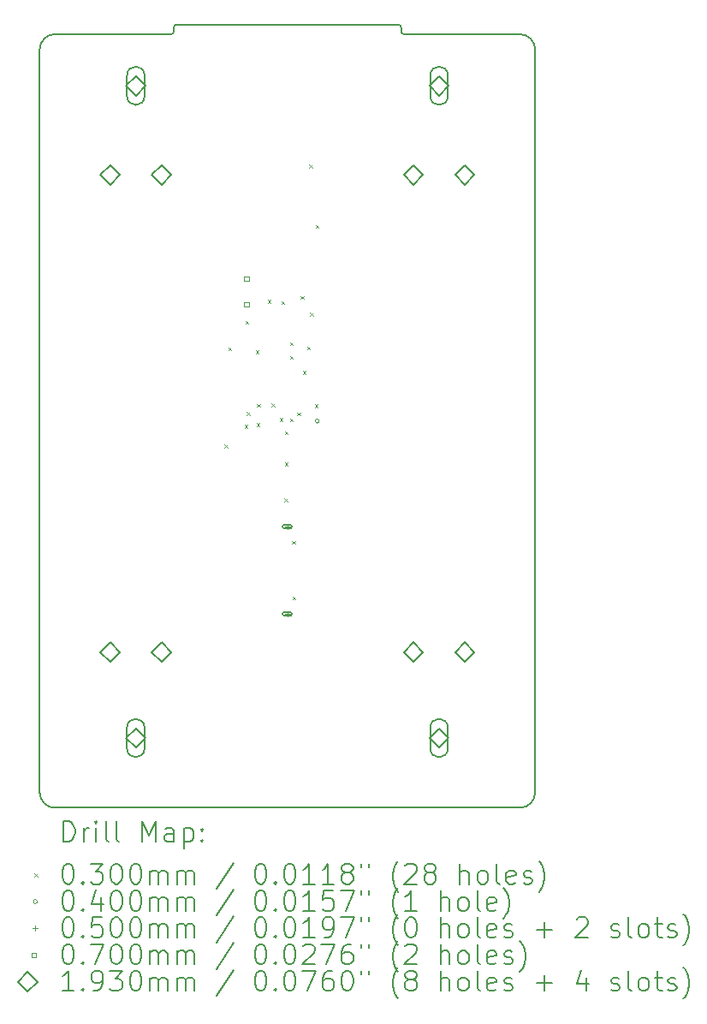
<source format=gbr>
%FSLAX45Y45*%
G04 Gerber Fmt 4.5, Leading zero omitted, Abs format (unit mm)*
G04 Created by KiCad (PCBNEW (5.99.0-10712-g3100cd3599)) date 2021-06-04 21:59:10*
%MOMM*%
%LPD*%
G01*
G04 APERTURE LIST*
%TA.AperFunction,Profile*%
%ADD10C,0.160000*%
%TD*%
%ADD11C,0.200000*%
%ADD12C,0.030000*%
%ADD13C,0.040000*%
%ADD14C,0.050000*%
%ADD15C,0.070000*%
%ADD16C,0.193000*%
G04 APERTURE END LIST*
D10*
X5200000Y-14150000D02*
X9800000Y-14150000D01*
X9950000Y-14000000D02*
X9950000Y-6650000D01*
X5050000Y-6650000D02*
X5050000Y-14000000D01*
X5200000Y-6500000D02*
X6350000Y-6500000D01*
X9800000Y-6500000D02*
X8650000Y-6500000D01*
X6375900Y-6474100D02*
X6375900Y-6431200D01*
X6401800Y-6405300D02*
X8598200Y-6405300D01*
X8624100Y-6431200D02*
X8624100Y-6474100D01*
X5200000Y-14150000D02*
G75*
G02*
X5050000Y-14000000I0J150000D01*
G01*
X9950000Y-14000000D02*
G75*
G02*
X9800000Y-14150000I-150000J0D01*
G01*
X5050000Y-6650000D02*
G75*
G02*
X5200000Y-6500000I150000J0D01*
G01*
X6375900Y-6474100D02*
G75*
G02*
X6350000Y-6500000I-25900J0D01*
G01*
X6375900Y-6431200D02*
G75*
G02*
X6401800Y-6405300I25900J0D01*
G01*
X8598200Y-6405300D02*
G75*
G02*
X8624100Y-6431200I0J-25900D01*
G01*
X8650000Y-6500000D02*
G75*
G02*
X8624100Y-6474100I0J25900D01*
G01*
X9800000Y-6500000D02*
G75*
G02*
X9950000Y-6650000I0J-150000D01*
G01*
D11*
D12*
X6875000Y-10560000D02*
X6905000Y-10590000D01*
X6905000Y-10560000D02*
X6875000Y-10590000D01*
X6915950Y-9598065D02*
X6945950Y-9628065D01*
X6945950Y-9598065D02*
X6915950Y-9628065D01*
X7075000Y-10365000D02*
X7105000Y-10395000D01*
X7105000Y-10365000D02*
X7075000Y-10395000D01*
X7085000Y-9335000D02*
X7115000Y-9365000D01*
X7115000Y-9335000D02*
X7085000Y-9365000D01*
X7095000Y-10235000D02*
X7125000Y-10265000D01*
X7125000Y-10235000D02*
X7095000Y-10265000D01*
X7185000Y-9625000D02*
X7215000Y-9655000D01*
X7215000Y-9625000D02*
X7185000Y-9655000D01*
X7195000Y-10345000D02*
X7225000Y-10375000D01*
X7225000Y-10345000D02*
X7195000Y-10375000D01*
X7199947Y-10154158D02*
X7229947Y-10184158D01*
X7229947Y-10154158D02*
X7199947Y-10184158D01*
X7305000Y-9125000D02*
X7335000Y-9155000D01*
X7335000Y-9125000D02*
X7305000Y-9155000D01*
X7340950Y-10150507D02*
X7370950Y-10180507D01*
X7370950Y-10150507D02*
X7340950Y-10180507D01*
X7425000Y-10295000D02*
X7455000Y-10325000D01*
X7455000Y-10295000D02*
X7425000Y-10325000D01*
X7440000Y-9140000D02*
X7470000Y-9170000D01*
X7470000Y-9140000D02*
X7440000Y-9170000D01*
X7470000Y-11090000D02*
X7500000Y-11120000D01*
X7500000Y-11090000D02*
X7470000Y-11120000D01*
X7475000Y-10425000D02*
X7505000Y-10455000D01*
X7505000Y-10425000D02*
X7475000Y-10455000D01*
X7475000Y-10735000D02*
X7505000Y-10765000D01*
X7505000Y-10735000D02*
X7475000Y-10765000D01*
X7525000Y-9545000D02*
X7555000Y-9575000D01*
X7555000Y-9545000D02*
X7525000Y-9575000D01*
X7525000Y-9680000D02*
X7555000Y-9710000D01*
X7555000Y-9680000D02*
X7525000Y-9710000D01*
X7525000Y-10300000D02*
X7555000Y-10330000D01*
X7555000Y-10300000D02*
X7525000Y-10330000D01*
X7545000Y-11510000D02*
X7575000Y-11540000D01*
X7575000Y-11510000D02*
X7545000Y-11540000D01*
X7550000Y-12060000D02*
X7580000Y-12090000D01*
X7580000Y-12060000D02*
X7550000Y-12090000D01*
X7595000Y-10240000D02*
X7625000Y-10270000D01*
X7625000Y-10240000D02*
X7595000Y-10270000D01*
X7630000Y-9090000D02*
X7660000Y-9120000D01*
X7660000Y-9090000D02*
X7630000Y-9120000D01*
X7650000Y-9830000D02*
X7680000Y-9860000D01*
X7680000Y-9830000D02*
X7650000Y-9860000D01*
X7695000Y-9590000D02*
X7725000Y-9620000D01*
X7725000Y-9590000D02*
X7695000Y-9620000D01*
X7715000Y-7790000D02*
X7745000Y-7820000D01*
X7745000Y-7790000D02*
X7715000Y-7820000D01*
X7725000Y-9255000D02*
X7755000Y-9285000D01*
X7755000Y-9255000D02*
X7725000Y-9285000D01*
X7770000Y-10160000D02*
X7800000Y-10190000D01*
X7800000Y-10160000D02*
X7770000Y-10190000D01*
X7780000Y-8385000D02*
X7810000Y-8415000D01*
X7810000Y-8385000D02*
X7780000Y-8415000D01*
D13*
X7815000Y-10325000D02*
G75*
G03*
X7815000Y-10325000I-20000J0D01*
G01*
D14*
X7499000Y-11343000D02*
X7499000Y-11393000D01*
X7474000Y-11368000D02*
X7524000Y-11368000D01*
D11*
X7464000Y-11383000D02*
X7534000Y-11383000D01*
X7464000Y-11353000D02*
X7534000Y-11353000D01*
X7534000Y-11383000D02*
G75*
G03*
X7534000Y-11353000I0J15000D01*
G01*
X7464000Y-11353000D02*
G75*
G03*
X7464000Y-11383000I0J-15000D01*
G01*
D14*
X7499000Y-12207000D02*
X7499000Y-12257000D01*
X7474000Y-12232000D02*
X7524000Y-12232000D01*
D11*
X7464000Y-12247000D02*
X7534000Y-12247000D01*
X7464000Y-12217000D02*
X7534000Y-12217000D01*
X7534000Y-12247000D02*
G75*
G03*
X7534000Y-12217000I0J15000D01*
G01*
X7464000Y-12217000D02*
G75*
G03*
X7464000Y-12247000I0J-15000D01*
G01*
D15*
X7119749Y-8942749D02*
X7119749Y-8893251D01*
X7070251Y-8893251D01*
X7070251Y-8942749D01*
X7119749Y-8942749D01*
X7119749Y-9196749D02*
X7119749Y-9147251D01*
X7070251Y-9147251D01*
X7070251Y-9196749D01*
X7119749Y-9196749D01*
D16*
X5746000Y-7986500D02*
X5842500Y-7890000D01*
X5746000Y-7793500D01*
X5649500Y-7890000D01*
X5746000Y-7986500D01*
X5746000Y-12706500D02*
X5842500Y-12610000D01*
X5746000Y-12513500D01*
X5649500Y-12610000D01*
X5746000Y-12706500D01*
X6000000Y-7106500D02*
X6096500Y-7010000D01*
X6000000Y-6913500D01*
X5903500Y-7010000D01*
X6000000Y-7106500D01*
D11*
X6086500Y-7113500D02*
X6086500Y-6906500D01*
X5913500Y-7113500D02*
X5913500Y-6906500D01*
X6086500Y-6906500D02*
G75*
G03*
X5913500Y-6906500I-86500J0D01*
G01*
X5913500Y-7113500D02*
G75*
G03*
X6086500Y-7113500I86500J0D01*
G01*
D16*
X6000000Y-13556500D02*
X6096500Y-13460000D01*
X6000000Y-13363500D01*
X5903500Y-13460000D01*
X6000000Y-13556500D01*
D11*
X6086500Y-13563500D02*
X6086500Y-13356500D01*
X5913500Y-13563500D02*
X5913500Y-13356500D01*
X6086500Y-13356500D02*
G75*
G03*
X5913500Y-13356500I-86500J0D01*
G01*
X5913500Y-13563500D02*
G75*
G03*
X6086500Y-13563500I86500J0D01*
G01*
D16*
X6254000Y-7986500D02*
X6350500Y-7890000D01*
X6254000Y-7793500D01*
X6157500Y-7890000D01*
X6254000Y-7986500D01*
X6254000Y-12706500D02*
X6350500Y-12610000D01*
X6254000Y-12513500D01*
X6157500Y-12610000D01*
X6254000Y-12706500D01*
X8746000Y-7986500D02*
X8842500Y-7890000D01*
X8746000Y-7793500D01*
X8649500Y-7890000D01*
X8746000Y-7986500D01*
X8746000Y-12706500D02*
X8842500Y-12610000D01*
X8746000Y-12513500D01*
X8649500Y-12610000D01*
X8746000Y-12706500D01*
X9000000Y-7106500D02*
X9096500Y-7010000D01*
X9000000Y-6913500D01*
X8903500Y-7010000D01*
X9000000Y-7106500D01*
D11*
X9086500Y-7113500D02*
X9086500Y-6906500D01*
X8913500Y-7113500D02*
X8913500Y-6906500D01*
X9086500Y-6906500D02*
G75*
G03*
X8913500Y-6906500I-86500J0D01*
G01*
X8913500Y-7113500D02*
G75*
G03*
X9086500Y-7113500I86500J0D01*
G01*
D16*
X9000000Y-13556500D02*
X9096500Y-13460000D01*
X9000000Y-13363500D01*
X8903500Y-13460000D01*
X9000000Y-13556500D01*
D11*
X9086500Y-13563500D02*
X9086500Y-13356500D01*
X8913500Y-13563500D02*
X8913500Y-13356500D01*
X9086500Y-13356500D02*
G75*
G03*
X8913500Y-13356500I-86500J0D01*
G01*
X8913500Y-13563500D02*
G75*
G03*
X9086500Y-13563500I86500J0D01*
G01*
D16*
X9254000Y-7986500D02*
X9350500Y-7890000D01*
X9254000Y-7793500D01*
X9157500Y-7890000D01*
X9254000Y-7986500D01*
X9254000Y-12706500D02*
X9350500Y-12610000D01*
X9254000Y-12513500D01*
X9157500Y-12610000D01*
X9254000Y-12706500D01*
D11*
X5283619Y-14484476D02*
X5283619Y-14284476D01*
X5331238Y-14284476D01*
X5359810Y-14294000D01*
X5378857Y-14313048D01*
X5388381Y-14332095D01*
X5397905Y-14370190D01*
X5397905Y-14398762D01*
X5388381Y-14436857D01*
X5378857Y-14455905D01*
X5359810Y-14474952D01*
X5331238Y-14484476D01*
X5283619Y-14484476D01*
X5483619Y-14484476D02*
X5483619Y-14351143D01*
X5483619Y-14389238D02*
X5493143Y-14370190D01*
X5502667Y-14360667D01*
X5521714Y-14351143D01*
X5540762Y-14351143D01*
X5607428Y-14484476D02*
X5607428Y-14351143D01*
X5607428Y-14284476D02*
X5597905Y-14294000D01*
X5607428Y-14303524D01*
X5616952Y-14294000D01*
X5607428Y-14284476D01*
X5607428Y-14303524D01*
X5731238Y-14484476D02*
X5712190Y-14474952D01*
X5702667Y-14455905D01*
X5702667Y-14284476D01*
X5836000Y-14484476D02*
X5816952Y-14474952D01*
X5807428Y-14455905D01*
X5807428Y-14284476D01*
X6064571Y-14484476D02*
X6064571Y-14284476D01*
X6131238Y-14427333D01*
X6197905Y-14284476D01*
X6197905Y-14484476D01*
X6378857Y-14484476D02*
X6378857Y-14379714D01*
X6369333Y-14360667D01*
X6350286Y-14351143D01*
X6312190Y-14351143D01*
X6293143Y-14360667D01*
X6378857Y-14474952D02*
X6359809Y-14484476D01*
X6312190Y-14484476D01*
X6293143Y-14474952D01*
X6283619Y-14455905D01*
X6283619Y-14436857D01*
X6293143Y-14417809D01*
X6312190Y-14408286D01*
X6359809Y-14408286D01*
X6378857Y-14398762D01*
X6474095Y-14351143D02*
X6474095Y-14551143D01*
X6474095Y-14360667D02*
X6493143Y-14351143D01*
X6531238Y-14351143D01*
X6550286Y-14360667D01*
X6559809Y-14370190D01*
X6569333Y-14389238D01*
X6569333Y-14446381D01*
X6559809Y-14465428D01*
X6550286Y-14474952D01*
X6531238Y-14484476D01*
X6493143Y-14484476D01*
X6474095Y-14474952D01*
X6655048Y-14465428D02*
X6664571Y-14474952D01*
X6655048Y-14484476D01*
X6645524Y-14474952D01*
X6655048Y-14465428D01*
X6655048Y-14484476D01*
X6655048Y-14360667D02*
X6664571Y-14370190D01*
X6655048Y-14379714D01*
X6645524Y-14370190D01*
X6655048Y-14360667D01*
X6655048Y-14379714D01*
D12*
X4996000Y-14799000D02*
X5026000Y-14829000D01*
X5026000Y-14799000D02*
X4996000Y-14829000D01*
D11*
X5321714Y-14704476D02*
X5340762Y-14704476D01*
X5359810Y-14714000D01*
X5369333Y-14723524D01*
X5378857Y-14742571D01*
X5388381Y-14780667D01*
X5388381Y-14828286D01*
X5378857Y-14866381D01*
X5369333Y-14885428D01*
X5359810Y-14894952D01*
X5340762Y-14904476D01*
X5321714Y-14904476D01*
X5302667Y-14894952D01*
X5293143Y-14885428D01*
X5283619Y-14866381D01*
X5274095Y-14828286D01*
X5274095Y-14780667D01*
X5283619Y-14742571D01*
X5293143Y-14723524D01*
X5302667Y-14714000D01*
X5321714Y-14704476D01*
X5474095Y-14885428D02*
X5483619Y-14894952D01*
X5474095Y-14904476D01*
X5464571Y-14894952D01*
X5474095Y-14885428D01*
X5474095Y-14904476D01*
X5550286Y-14704476D02*
X5674095Y-14704476D01*
X5607428Y-14780667D01*
X5636000Y-14780667D01*
X5655048Y-14790190D01*
X5664571Y-14799714D01*
X5674095Y-14818762D01*
X5674095Y-14866381D01*
X5664571Y-14885428D01*
X5655048Y-14894952D01*
X5636000Y-14904476D01*
X5578857Y-14904476D01*
X5559810Y-14894952D01*
X5550286Y-14885428D01*
X5797905Y-14704476D02*
X5816952Y-14704476D01*
X5836000Y-14714000D01*
X5845524Y-14723524D01*
X5855048Y-14742571D01*
X5864571Y-14780667D01*
X5864571Y-14828286D01*
X5855048Y-14866381D01*
X5845524Y-14885428D01*
X5836000Y-14894952D01*
X5816952Y-14904476D01*
X5797905Y-14904476D01*
X5778857Y-14894952D01*
X5769333Y-14885428D01*
X5759809Y-14866381D01*
X5750286Y-14828286D01*
X5750286Y-14780667D01*
X5759809Y-14742571D01*
X5769333Y-14723524D01*
X5778857Y-14714000D01*
X5797905Y-14704476D01*
X5988381Y-14704476D02*
X6007428Y-14704476D01*
X6026476Y-14714000D01*
X6036000Y-14723524D01*
X6045524Y-14742571D01*
X6055048Y-14780667D01*
X6055048Y-14828286D01*
X6045524Y-14866381D01*
X6036000Y-14885428D01*
X6026476Y-14894952D01*
X6007428Y-14904476D01*
X5988381Y-14904476D01*
X5969333Y-14894952D01*
X5959809Y-14885428D01*
X5950286Y-14866381D01*
X5940762Y-14828286D01*
X5940762Y-14780667D01*
X5950286Y-14742571D01*
X5959809Y-14723524D01*
X5969333Y-14714000D01*
X5988381Y-14704476D01*
X6140762Y-14904476D02*
X6140762Y-14771143D01*
X6140762Y-14790190D02*
X6150286Y-14780667D01*
X6169333Y-14771143D01*
X6197905Y-14771143D01*
X6216952Y-14780667D01*
X6226476Y-14799714D01*
X6226476Y-14904476D01*
X6226476Y-14799714D02*
X6236000Y-14780667D01*
X6255048Y-14771143D01*
X6283619Y-14771143D01*
X6302667Y-14780667D01*
X6312190Y-14799714D01*
X6312190Y-14904476D01*
X6407428Y-14904476D02*
X6407428Y-14771143D01*
X6407428Y-14790190D02*
X6416952Y-14780667D01*
X6436000Y-14771143D01*
X6464571Y-14771143D01*
X6483619Y-14780667D01*
X6493143Y-14799714D01*
X6493143Y-14904476D01*
X6493143Y-14799714D02*
X6502667Y-14780667D01*
X6521714Y-14771143D01*
X6550286Y-14771143D01*
X6569333Y-14780667D01*
X6578857Y-14799714D01*
X6578857Y-14904476D01*
X6969333Y-14694952D02*
X6797905Y-14952095D01*
X7226476Y-14704476D02*
X7245524Y-14704476D01*
X7264571Y-14714000D01*
X7274095Y-14723524D01*
X7283619Y-14742571D01*
X7293143Y-14780667D01*
X7293143Y-14828286D01*
X7283619Y-14866381D01*
X7274095Y-14885428D01*
X7264571Y-14894952D01*
X7245524Y-14904476D01*
X7226476Y-14904476D01*
X7207428Y-14894952D01*
X7197905Y-14885428D01*
X7188381Y-14866381D01*
X7178857Y-14828286D01*
X7178857Y-14780667D01*
X7188381Y-14742571D01*
X7197905Y-14723524D01*
X7207428Y-14714000D01*
X7226476Y-14704476D01*
X7378857Y-14885428D02*
X7388381Y-14894952D01*
X7378857Y-14904476D01*
X7369333Y-14894952D01*
X7378857Y-14885428D01*
X7378857Y-14904476D01*
X7512190Y-14704476D02*
X7531238Y-14704476D01*
X7550286Y-14714000D01*
X7559809Y-14723524D01*
X7569333Y-14742571D01*
X7578857Y-14780667D01*
X7578857Y-14828286D01*
X7569333Y-14866381D01*
X7559809Y-14885428D01*
X7550286Y-14894952D01*
X7531238Y-14904476D01*
X7512190Y-14904476D01*
X7493143Y-14894952D01*
X7483619Y-14885428D01*
X7474095Y-14866381D01*
X7464571Y-14828286D01*
X7464571Y-14780667D01*
X7474095Y-14742571D01*
X7483619Y-14723524D01*
X7493143Y-14714000D01*
X7512190Y-14704476D01*
X7769333Y-14904476D02*
X7655048Y-14904476D01*
X7712190Y-14904476D02*
X7712190Y-14704476D01*
X7693143Y-14733048D01*
X7674095Y-14752095D01*
X7655048Y-14761619D01*
X7959809Y-14904476D02*
X7845524Y-14904476D01*
X7902667Y-14904476D02*
X7902667Y-14704476D01*
X7883619Y-14733048D01*
X7864571Y-14752095D01*
X7845524Y-14761619D01*
X8074095Y-14790190D02*
X8055048Y-14780667D01*
X8045524Y-14771143D01*
X8036000Y-14752095D01*
X8036000Y-14742571D01*
X8045524Y-14723524D01*
X8055048Y-14714000D01*
X8074095Y-14704476D01*
X8112190Y-14704476D01*
X8131238Y-14714000D01*
X8140762Y-14723524D01*
X8150286Y-14742571D01*
X8150286Y-14752095D01*
X8140762Y-14771143D01*
X8131238Y-14780667D01*
X8112190Y-14790190D01*
X8074095Y-14790190D01*
X8055048Y-14799714D01*
X8045524Y-14809238D01*
X8036000Y-14828286D01*
X8036000Y-14866381D01*
X8045524Y-14885428D01*
X8055048Y-14894952D01*
X8074095Y-14904476D01*
X8112190Y-14904476D01*
X8131238Y-14894952D01*
X8140762Y-14885428D01*
X8150286Y-14866381D01*
X8150286Y-14828286D01*
X8140762Y-14809238D01*
X8131238Y-14799714D01*
X8112190Y-14790190D01*
X8226476Y-14704476D02*
X8226476Y-14742571D01*
X8302667Y-14704476D02*
X8302667Y-14742571D01*
X8597905Y-14980667D02*
X8588381Y-14971143D01*
X8569333Y-14942571D01*
X8559810Y-14923524D01*
X8550286Y-14894952D01*
X8540762Y-14847333D01*
X8540762Y-14809238D01*
X8550286Y-14761619D01*
X8559810Y-14733048D01*
X8569333Y-14714000D01*
X8588381Y-14685428D01*
X8597905Y-14675905D01*
X8664571Y-14723524D02*
X8674095Y-14714000D01*
X8693143Y-14704476D01*
X8740762Y-14704476D01*
X8759810Y-14714000D01*
X8769333Y-14723524D01*
X8778857Y-14742571D01*
X8778857Y-14761619D01*
X8769333Y-14790190D01*
X8655048Y-14904476D01*
X8778857Y-14904476D01*
X8893143Y-14790190D02*
X8874095Y-14780667D01*
X8864571Y-14771143D01*
X8855048Y-14752095D01*
X8855048Y-14742571D01*
X8864571Y-14723524D01*
X8874095Y-14714000D01*
X8893143Y-14704476D01*
X8931238Y-14704476D01*
X8950286Y-14714000D01*
X8959810Y-14723524D01*
X8969333Y-14742571D01*
X8969333Y-14752095D01*
X8959810Y-14771143D01*
X8950286Y-14780667D01*
X8931238Y-14790190D01*
X8893143Y-14790190D01*
X8874095Y-14799714D01*
X8864571Y-14809238D01*
X8855048Y-14828286D01*
X8855048Y-14866381D01*
X8864571Y-14885428D01*
X8874095Y-14894952D01*
X8893143Y-14904476D01*
X8931238Y-14904476D01*
X8950286Y-14894952D01*
X8959810Y-14885428D01*
X8969333Y-14866381D01*
X8969333Y-14828286D01*
X8959810Y-14809238D01*
X8950286Y-14799714D01*
X8931238Y-14790190D01*
X9207429Y-14904476D02*
X9207429Y-14704476D01*
X9293143Y-14904476D02*
X9293143Y-14799714D01*
X9283619Y-14780667D01*
X9264571Y-14771143D01*
X9236000Y-14771143D01*
X9216952Y-14780667D01*
X9207429Y-14790190D01*
X9416952Y-14904476D02*
X9397905Y-14894952D01*
X9388381Y-14885428D01*
X9378857Y-14866381D01*
X9378857Y-14809238D01*
X9388381Y-14790190D01*
X9397905Y-14780667D01*
X9416952Y-14771143D01*
X9445524Y-14771143D01*
X9464571Y-14780667D01*
X9474095Y-14790190D01*
X9483619Y-14809238D01*
X9483619Y-14866381D01*
X9474095Y-14885428D01*
X9464571Y-14894952D01*
X9445524Y-14904476D01*
X9416952Y-14904476D01*
X9597905Y-14904476D02*
X9578857Y-14894952D01*
X9569333Y-14875905D01*
X9569333Y-14704476D01*
X9750286Y-14894952D02*
X9731238Y-14904476D01*
X9693143Y-14904476D01*
X9674095Y-14894952D01*
X9664571Y-14875905D01*
X9664571Y-14799714D01*
X9674095Y-14780667D01*
X9693143Y-14771143D01*
X9731238Y-14771143D01*
X9750286Y-14780667D01*
X9759810Y-14799714D01*
X9759810Y-14818762D01*
X9664571Y-14837809D01*
X9836000Y-14894952D02*
X9855048Y-14904476D01*
X9893143Y-14904476D01*
X9912190Y-14894952D01*
X9921714Y-14875905D01*
X9921714Y-14866381D01*
X9912190Y-14847333D01*
X9893143Y-14837809D01*
X9864571Y-14837809D01*
X9845524Y-14828286D01*
X9836000Y-14809238D01*
X9836000Y-14799714D01*
X9845524Y-14780667D01*
X9864571Y-14771143D01*
X9893143Y-14771143D01*
X9912190Y-14780667D01*
X9988381Y-14980667D02*
X9997905Y-14971143D01*
X10016952Y-14942571D01*
X10026476Y-14923524D01*
X10036000Y-14894952D01*
X10045524Y-14847333D01*
X10045524Y-14809238D01*
X10036000Y-14761619D01*
X10026476Y-14733048D01*
X10016952Y-14714000D01*
X9997905Y-14685428D01*
X9988381Y-14675905D01*
D13*
X5026000Y-15078000D02*
G75*
G03*
X5026000Y-15078000I-20000J0D01*
G01*
D11*
X5321714Y-14968476D02*
X5340762Y-14968476D01*
X5359810Y-14978000D01*
X5369333Y-14987524D01*
X5378857Y-15006571D01*
X5388381Y-15044667D01*
X5388381Y-15092286D01*
X5378857Y-15130381D01*
X5369333Y-15149428D01*
X5359810Y-15158952D01*
X5340762Y-15168476D01*
X5321714Y-15168476D01*
X5302667Y-15158952D01*
X5293143Y-15149428D01*
X5283619Y-15130381D01*
X5274095Y-15092286D01*
X5274095Y-15044667D01*
X5283619Y-15006571D01*
X5293143Y-14987524D01*
X5302667Y-14978000D01*
X5321714Y-14968476D01*
X5474095Y-15149428D02*
X5483619Y-15158952D01*
X5474095Y-15168476D01*
X5464571Y-15158952D01*
X5474095Y-15149428D01*
X5474095Y-15168476D01*
X5655048Y-15035143D02*
X5655048Y-15168476D01*
X5607428Y-14958952D02*
X5559810Y-15101809D01*
X5683619Y-15101809D01*
X5797905Y-14968476D02*
X5816952Y-14968476D01*
X5836000Y-14978000D01*
X5845524Y-14987524D01*
X5855048Y-15006571D01*
X5864571Y-15044667D01*
X5864571Y-15092286D01*
X5855048Y-15130381D01*
X5845524Y-15149428D01*
X5836000Y-15158952D01*
X5816952Y-15168476D01*
X5797905Y-15168476D01*
X5778857Y-15158952D01*
X5769333Y-15149428D01*
X5759809Y-15130381D01*
X5750286Y-15092286D01*
X5750286Y-15044667D01*
X5759809Y-15006571D01*
X5769333Y-14987524D01*
X5778857Y-14978000D01*
X5797905Y-14968476D01*
X5988381Y-14968476D02*
X6007428Y-14968476D01*
X6026476Y-14978000D01*
X6036000Y-14987524D01*
X6045524Y-15006571D01*
X6055048Y-15044667D01*
X6055048Y-15092286D01*
X6045524Y-15130381D01*
X6036000Y-15149428D01*
X6026476Y-15158952D01*
X6007428Y-15168476D01*
X5988381Y-15168476D01*
X5969333Y-15158952D01*
X5959809Y-15149428D01*
X5950286Y-15130381D01*
X5940762Y-15092286D01*
X5940762Y-15044667D01*
X5950286Y-15006571D01*
X5959809Y-14987524D01*
X5969333Y-14978000D01*
X5988381Y-14968476D01*
X6140762Y-15168476D02*
X6140762Y-15035143D01*
X6140762Y-15054190D02*
X6150286Y-15044667D01*
X6169333Y-15035143D01*
X6197905Y-15035143D01*
X6216952Y-15044667D01*
X6226476Y-15063714D01*
X6226476Y-15168476D01*
X6226476Y-15063714D02*
X6236000Y-15044667D01*
X6255048Y-15035143D01*
X6283619Y-15035143D01*
X6302667Y-15044667D01*
X6312190Y-15063714D01*
X6312190Y-15168476D01*
X6407428Y-15168476D02*
X6407428Y-15035143D01*
X6407428Y-15054190D02*
X6416952Y-15044667D01*
X6436000Y-15035143D01*
X6464571Y-15035143D01*
X6483619Y-15044667D01*
X6493143Y-15063714D01*
X6493143Y-15168476D01*
X6493143Y-15063714D02*
X6502667Y-15044667D01*
X6521714Y-15035143D01*
X6550286Y-15035143D01*
X6569333Y-15044667D01*
X6578857Y-15063714D01*
X6578857Y-15168476D01*
X6969333Y-14958952D02*
X6797905Y-15216095D01*
X7226476Y-14968476D02*
X7245524Y-14968476D01*
X7264571Y-14978000D01*
X7274095Y-14987524D01*
X7283619Y-15006571D01*
X7293143Y-15044667D01*
X7293143Y-15092286D01*
X7283619Y-15130381D01*
X7274095Y-15149428D01*
X7264571Y-15158952D01*
X7245524Y-15168476D01*
X7226476Y-15168476D01*
X7207428Y-15158952D01*
X7197905Y-15149428D01*
X7188381Y-15130381D01*
X7178857Y-15092286D01*
X7178857Y-15044667D01*
X7188381Y-15006571D01*
X7197905Y-14987524D01*
X7207428Y-14978000D01*
X7226476Y-14968476D01*
X7378857Y-15149428D02*
X7388381Y-15158952D01*
X7378857Y-15168476D01*
X7369333Y-15158952D01*
X7378857Y-15149428D01*
X7378857Y-15168476D01*
X7512190Y-14968476D02*
X7531238Y-14968476D01*
X7550286Y-14978000D01*
X7559809Y-14987524D01*
X7569333Y-15006571D01*
X7578857Y-15044667D01*
X7578857Y-15092286D01*
X7569333Y-15130381D01*
X7559809Y-15149428D01*
X7550286Y-15158952D01*
X7531238Y-15168476D01*
X7512190Y-15168476D01*
X7493143Y-15158952D01*
X7483619Y-15149428D01*
X7474095Y-15130381D01*
X7464571Y-15092286D01*
X7464571Y-15044667D01*
X7474095Y-15006571D01*
X7483619Y-14987524D01*
X7493143Y-14978000D01*
X7512190Y-14968476D01*
X7769333Y-15168476D02*
X7655048Y-15168476D01*
X7712190Y-15168476D02*
X7712190Y-14968476D01*
X7693143Y-14997048D01*
X7674095Y-15016095D01*
X7655048Y-15025619D01*
X7950286Y-14968476D02*
X7855048Y-14968476D01*
X7845524Y-15063714D01*
X7855048Y-15054190D01*
X7874095Y-15044667D01*
X7921714Y-15044667D01*
X7940762Y-15054190D01*
X7950286Y-15063714D01*
X7959809Y-15082762D01*
X7959809Y-15130381D01*
X7950286Y-15149428D01*
X7940762Y-15158952D01*
X7921714Y-15168476D01*
X7874095Y-15168476D01*
X7855048Y-15158952D01*
X7845524Y-15149428D01*
X8026476Y-14968476D02*
X8159809Y-14968476D01*
X8074095Y-15168476D01*
X8226476Y-14968476D02*
X8226476Y-15006571D01*
X8302667Y-14968476D02*
X8302667Y-15006571D01*
X8597905Y-15244667D02*
X8588381Y-15235143D01*
X8569333Y-15206571D01*
X8559810Y-15187524D01*
X8550286Y-15158952D01*
X8540762Y-15111333D01*
X8540762Y-15073238D01*
X8550286Y-15025619D01*
X8559810Y-14997048D01*
X8569333Y-14978000D01*
X8588381Y-14949428D01*
X8597905Y-14939905D01*
X8778857Y-15168476D02*
X8664571Y-15168476D01*
X8721714Y-15168476D02*
X8721714Y-14968476D01*
X8702667Y-14997048D01*
X8683619Y-15016095D01*
X8664571Y-15025619D01*
X9016952Y-15168476D02*
X9016952Y-14968476D01*
X9102667Y-15168476D02*
X9102667Y-15063714D01*
X9093143Y-15044667D01*
X9074095Y-15035143D01*
X9045524Y-15035143D01*
X9026476Y-15044667D01*
X9016952Y-15054190D01*
X9226476Y-15168476D02*
X9207429Y-15158952D01*
X9197905Y-15149428D01*
X9188381Y-15130381D01*
X9188381Y-15073238D01*
X9197905Y-15054190D01*
X9207429Y-15044667D01*
X9226476Y-15035143D01*
X9255048Y-15035143D01*
X9274095Y-15044667D01*
X9283619Y-15054190D01*
X9293143Y-15073238D01*
X9293143Y-15130381D01*
X9283619Y-15149428D01*
X9274095Y-15158952D01*
X9255048Y-15168476D01*
X9226476Y-15168476D01*
X9407429Y-15168476D02*
X9388381Y-15158952D01*
X9378857Y-15139905D01*
X9378857Y-14968476D01*
X9559810Y-15158952D02*
X9540762Y-15168476D01*
X9502667Y-15168476D01*
X9483619Y-15158952D01*
X9474095Y-15139905D01*
X9474095Y-15063714D01*
X9483619Y-15044667D01*
X9502667Y-15035143D01*
X9540762Y-15035143D01*
X9559810Y-15044667D01*
X9569333Y-15063714D01*
X9569333Y-15082762D01*
X9474095Y-15101809D01*
X9636000Y-15244667D02*
X9645524Y-15235143D01*
X9664571Y-15206571D01*
X9674095Y-15187524D01*
X9683619Y-15158952D01*
X9693143Y-15111333D01*
X9693143Y-15073238D01*
X9683619Y-15025619D01*
X9674095Y-14997048D01*
X9664571Y-14978000D01*
X9645524Y-14949428D01*
X9636000Y-14939905D01*
D14*
X5001000Y-15317000D02*
X5001000Y-15367000D01*
X4976000Y-15342000D02*
X5026000Y-15342000D01*
D11*
X5321714Y-15232476D02*
X5340762Y-15232476D01*
X5359810Y-15242000D01*
X5369333Y-15251524D01*
X5378857Y-15270571D01*
X5388381Y-15308667D01*
X5388381Y-15356286D01*
X5378857Y-15394381D01*
X5369333Y-15413428D01*
X5359810Y-15422952D01*
X5340762Y-15432476D01*
X5321714Y-15432476D01*
X5302667Y-15422952D01*
X5293143Y-15413428D01*
X5283619Y-15394381D01*
X5274095Y-15356286D01*
X5274095Y-15308667D01*
X5283619Y-15270571D01*
X5293143Y-15251524D01*
X5302667Y-15242000D01*
X5321714Y-15232476D01*
X5474095Y-15413428D02*
X5483619Y-15422952D01*
X5474095Y-15432476D01*
X5464571Y-15422952D01*
X5474095Y-15413428D01*
X5474095Y-15432476D01*
X5664571Y-15232476D02*
X5569333Y-15232476D01*
X5559810Y-15327714D01*
X5569333Y-15318190D01*
X5588381Y-15308667D01*
X5636000Y-15308667D01*
X5655048Y-15318190D01*
X5664571Y-15327714D01*
X5674095Y-15346762D01*
X5674095Y-15394381D01*
X5664571Y-15413428D01*
X5655048Y-15422952D01*
X5636000Y-15432476D01*
X5588381Y-15432476D01*
X5569333Y-15422952D01*
X5559810Y-15413428D01*
X5797905Y-15232476D02*
X5816952Y-15232476D01*
X5836000Y-15242000D01*
X5845524Y-15251524D01*
X5855048Y-15270571D01*
X5864571Y-15308667D01*
X5864571Y-15356286D01*
X5855048Y-15394381D01*
X5845524Y-15413428D01*
X5836000Y-15422952D01*
X5816952Y-15432476D01*
X5797905Y-15432476D01*
X5778857Y-15422952D01*
X5769333Y-15413428D01*
X5759809Y-15394381D01*
X5750286Y-15356286D01*
X5750286Y-15308667D01*
X5759809Y-15270571D01*
X5769333Y-15251524D01*
X5778857Y-15242000D01*
X5797905Y-15232476D01*
X5988381Y-15232476D02*
X6007428Y-15232476D01*
X6026476Y-15242000D01*
X6036000Y-15251524D01*
X6045524Y-15270571D01*
X6055048Y-15308667D01*
X6055048Y-15356286D01*
X6045524Y-15394381D01*
X6036000Y-15413428D01*
X6026476Y-15422952D01*
X6007428Y-15432476D01*
X5988381Y-15432476D01*
X5969333Y-15422952D01*
X5959809Y-15413428D01*
X5950286Y-15394381D01*
X5940762Y-15356286D01*
X5940762Y-15308667D01*
X5950286Y-15270571D01*
X5959809Y-15251524D01*
X5969333Y-15242000D01*
X5988381Y-15232476D01*
X6140762Y-15432476D02*
X6140762Y-15299143D01*
X6140762Y-15318190D02*
X6150286Y-15308667D01*
X6169333Y-15299143D01*
X6197905Y-15299143D01*
X6216952Y-15308667D01*
X6226476Y-15327714D01*
X6226476Y-15432476D01*
X6226476Y-15327714D02*
X6236000Y-15308667D01*
X6255048Y-15299143D01*
X6283619Y-15299143D01*
X6302667Y-15308667D01*
X6312190Y-15327714D01*
X6312190Y-15432476D01*
X6407428Y-15432476D02*
X6407428Y-15299143D01*
X6407428Y-15318190D02*
X6416952Y-15308667D01*
X6436000Y-15299143D01*
X6464571Y-15299143D01*
X6483619Y-15308667D01*
X6493143Y-15327714D01*
X6493143Y-15432476D01*
X6493143Y-15327714D02*
X6502667Y-15308667D01*
X6521714Y-15299143D01*
X6550286Y-15299143D01*
X6569333Y-15308667D01*
X6578857Y-15327714D01*
X6578857Y-15432476D01*
X6969333Y-15222952D02*
X6797905Y-15480095D01*
X7226476Y-15232476D02*
X7245524Y-15232476D01*
X7264571Y-15242000D01*
X7274095Y-15251524D01*
X7283619Y-15270571D01*
X7293143Y-15308667D01*
X7293143Y-15356286D01*
X7283619Y-15394381D01*
X7274095Y-15413428D01*
X7264571Y-15422952D01*
X7245524Y-15432476D01*
X7226476Y-15432476D01*
X7207428Y-15422952D01*
X7197905Y-15413428D01*
X7188381Y-15394381D01*
X7178857Y-15356286D01*
X7178857Y-15308667D01*
X7188381Y-15270571D01*
X7197905Y-15251524D01*
X7207428Y-15242000D01*
X7226476Y-15232476D01*
X7378857Y-15413428D02*
X7388381Y-15422952D01*
X7378857Y-15432476D01*
X7369333Y-15422952D01*
X7378857Y-15413428D01*
X7378857Y-15432476D01*
X7512190Y-15232476D02*
X7531238Y-15232476D01*
X7550286Y-15242000D01*
X7559809Y-15251524D01*
X7569333Y-15270571D01*
X7578857Y-15308667D01*
X7578857Y-15356286D01*
X7569333Y-15394381D01*
X7559809Y-15413428D01*
X7550286Y-15422952D01*
X7531238Y-15432476D01*
X7512190Y-15432476D01*
X7493143Y-15422952D01*
X7483619Y-15413428D01*
X7474095Y-15394381D01*
X7464571Y-15356286D01*
X7464571Y-15308667D01*
X7474095Y-15270571D01*
X7483619Y-15251524D01*
X7493143Y-15242000D01*
X7512190Y-15232476D01*
X7769333Y-15432476D02*
X7655048Y-15432476D01*
X7712190Y-15432476D02*
X7712190Y-15232476D01*
X7693143Y-15261048D01*
X7674095Y-15280095D01*
X7655048Y-15289619D01*
X7864571Y-15432476D02*
X7902667Y-15432476D01*
X7921714Y-15422952D01*
X7931238Y-15413428D01*
X7950286Y-15384857D01*
X7959809Y-15346762D01*
X7959809Y-15270571D01*
X7950286Y-15251524D01*
X7940762Y-15242000D01*
X7921714Y-15232476D01*
X7883619Y-15232476D01*
X7864571Y-15242000D01*
X7855048Y-15251524D01*
X7845524Y-15270571D01*
X7845524Y-15318190D01*
X7855048Y-15337238D01*
X7864571Y-15346762D01*
X7883619Y-15356286D01*
X7921714Y-15356286D01*
X7940762Y-15346762D01*
X7950286Y-15337238D01*
X7959809Y-15318190D01*
X8026476Y-15232476D02*
X8159809Y-15232476D01*
X8074095Y-15432476D01*
X8226476Y-15232476D02*
X8226476Y-15270571D01*
X8302667Y-15232476D02*
X8302667Y-15270571D01*
X8597905Y-15508667D02*
X8588381Y-15499143D01*
X8569333Y-15470571D01*
X8559810Y-15451524D01*
X8550286Y-15422952D01*
X8540762Y-15375333D01*
X8540762Y-15337238D01*
X8550286Y-15289619D01*
X8559810Y-15261048D01*
X8569333Y-15242000D01*
X8588381Y-15213428D01*
X8597905Y-15203905D01*
X8712190Y-15232476D02*
X8731238Y-15232476D01*
X8750286Y-15242000D01*
X8759810Y-15251524D01*
X8769333Y-15270571D01*
X8778857Y-15308667D01*
X8778857Y-15356286D01*
X8769333Y-15394381D01*
X8759810Y-15413428D01*
X8750286Y-15422952D01*
X8731238Y-15432476D01*
X8712190Y-15432476D01*
X8693143Y-15422952D01*
X8683619Y-15413428D01*
X8674095Y-15394381D01*
X8664571Y-15356286D01*
X8664571Y-15308667D01*
X8674095Y-15270571D01*
X8683619Y-15251524D01*
X8693143Y-15242000D01*
X8712190Y-15232476D01*
X9016952Y-15432476D02*
X9016952Y-15232476D01*
X9102667Y-15432476D02*
X9102667Y-15327714D01*
X9093143Y-15308667D01*
X9074095Y-15299143D01*
X9045524Y-15299143D01*
X9026476Y-15308667D01*
X9016952Y-15318190D01*
X9226476Y-15432476D02*
X9207429Y-15422952D01*
X9197905Y-15413428D01*
X9188381Y-15394381D01*
X9188381Y-15337238D01*
X9197905Y-15318190D01*
X9207429Y-15308667D01*
X9226476Y-15299143D01*
X9255048Y-15299143D01*
X9274095Y-15308667D01*
X9283619Y-15318190D01*
X9293143Y-15337238D01*
X9293143Y-15394381D01*
X9283619Y-15413428D01*
X9274095Y-15422952D01*
X9255048Y-15432476D01*
X9226476Y-15432476D01*
X9407429Y-15432476D02*
X9388381Y-15422952D01*
X9378857Y-15403905D01*
X9378857Y-15232476D01*
X9559810Y-15422952D02*
X9540762Y-15432476D01*
X9502667Y-15432476D01*
X9483619Y-15422952D01*
X9474095Y-15403905D01*
X9474095Y-15327714D01*
X9483619Y-15308667D01*
X9502667Y-15299143D01*
X9540762Y-15299143D01*
X9559810Y-15308667D01*
X9569333Y-15327714D01*
X9569333Y-15346762D01*
X9474095Y-15365809D01*
X9645524Y-15422952D02*
X9664571Y-15432476D01*
X9702667Y-15432476D01*
X9721714Y-15422952D01*
X9731238Y-15403905D01*
X9731238Y-15394381D01*
X9721714Y-15375333D01*
X9702667Y-15365809D01*
X9674095Y-15365809D01*
X9655048Y-15356286D01*
X9645524Y-15337238D01*
X9645524Y-15327714D01*
X9655048Y-15308667D01*
X9674095Y-15299143D01*
X9702667Y-15299143D01*
X9721714Y-15308667D01*
X9969333Y-15356286D02*
X10121714Y-15356286D01*
X10045524Y-15432476D02*
X10045524Y-15280095D01*
X10359810Y-15251524D02*
X10369333Y-15242000D01*
X10388381Y-15232476D01*
X10436000Y-15232476D01*
X10455048Y-15242000D01*
X10464571Y-15251524D01*
X10474095Y-15270571D01*
X10474095Y-15289619D01*
X10464571Y-15318190D01*
X10350286Y-15432476D01*
X10474095Y-15432476D01*
X10702667Y-15422952D02*
X10721714Y-15432476D01*
X10759810Y-15432476D01*
X10778857Y-15422952D01*
X10788381Y-15403905D01*
X10788381Y-15394381D01*
X10778857Y-15375333D01*
X10759810Y-15365809D01*
X10731238Y-15365809D01*
X10712190Y-15356286D01*
X10702667Y-15337238D01*
X10702667Y-15327714D01*
X10712190Y-15308667D01*
X10731238Y-15299143D01*
X10759810Y-15299143D01*
X10778857Y-15308667D01*
X10902667Y-15432476D02*
X10883619Y-15422952D01*
X10874095Y-15403905D01*
X10874095Y-15232476D01*
X11007429Y-15432476D02*
X10988381Y-15422952D01*
X10978857Y-15413428D01*
X10969333Y-15394381D01*
X10969333Y-15337238D01*
X10978857Y-15318190D01*
X10988381Y-15308667D01*
X11007429Y-15299143D01*
X11036000Y-15299143D01*
X11055048Y-15308667D01*
X11064571Y-15318190D01*
X11074095Y-15337238D01*
X11074095Y-15394381D01*
X11064571Y-15413428D01*
X11055048Y-15422952D01*
X11036000Y-15432476D01*
X11007429Y-15432476D01*
X11131238Y-15299143D02*
X11207428Y-15299143D01*
X11159810Y-15232476D02*
X11159810Y-15403905D01*
X11169333Y-15422952D01*
X11188381Y-15432476D01*
X11207428Y-15432476D01*
X11264571Y-15422952D02*
X11283619Y-15432476D01*
X11321714Y-15432476D01*
X11340762Y-15422952D01*
X11350286Y-15403905D01*
X11350286Y-15394381D01*
X11340762Y-15375333D01*
X11321714Y-15365809D01*
X11293143Y-15365809D01*
X11274095Y-15356286D01*
X11264571Y-15337238D01*
X11264571Y-15327714D01*
X11274095Y-15308667D01*
X11293143Y-15299143D01*
X11321714Y-15299143D01*
X11340762Y-15308667D01*
X11416952Y-15508667D02*
X11426476Y-15499143D01*
X11445524Y-15470571D01*
X11455048Y-15451524D01*
X11464571Y-15422952D01*
X11474095Y-15375333D01*
X11474095Y-15337238D01*
X11464571Y-15289619D01*
X11455048Y-15261048D01*
X11445524Y-15242000D01*
X11426476Y-15213428D01*
X11416952Y-15203905D01*
D15*
X5015749Y-15630749D02*
X5015749Y-15581251D01*
X4966251Y-15581251D01*
X4966251Y-15630749D01*
X5015749Y-15630749D01*
D11*
X5321714Y-15496476D02*
X5340762Y-15496476D01*
X5359810Y-15506000D01*
X5369333Y-15515524D01*
X5378857Y-15534571D01*
X5388381Y-15572667D01*
X5388381Y-15620286D01*
X5378857Y-15658381D01*
X5369333Y-15677428D01*
X5359810Y-15686952D01*
X5340762Y-15696476D01*
X5321714Y-15696476D01*
X5302667Y-15686952D01*
X5293143Y-15677428D01*
X5283619Y-15658381D01*
X5274095Y-15620286D01*
X5274095Y-15572667D01*
X5283619Y-15534571D01*
X5293143Y-15515524D01*
X5302667Y-15506000D01*
X5321714Y-15496476D01*
X5474095Y-15677428D02*
X5483619Y-15686952D01*
X5474095Y-15696476D01*
X5464571Y-15686952D01*
X5474095Y-15677428D01*
X5474095Y-15696476D01*
X5550286Y-15496476D02*
X5683619Y-15496476D01*
X5597905Y-15696476D01*
X5797905Y-15496476D02*
X5816952Y-15496476D01*
X5836000Y-15506000D01*
X5845524Y-15515524D01*
X5855048Y-15534571D01*
X5864571Y-15572667D01*
X5864571Y-15620286D01*
X5855048Y-15658381D01*
X5845524Y-15677428D01*
X5836000Y-15686952D01*
X5816952Y-15696476D01*
X5797905Y-15696476D01*
X5778857Y-15686952D01*
X5769333Y-15677428D01*
X5759809Y-15658381D01*
X5750286Y-15620286D01*
X5750286Y-15572667D01*
X5759809Y-15534571D01*
X5769333Y-15515524D01*
X5778857Y-15506000D01*
X5797905Y-15496476D01*
X5988381Y-15496476D02*
X6007428Y-15496476D01*
X6026476Y-15506000D01*
X6036000Y-15515524D01*
X6045524Y-15534571D01*
X6055048Y-15572667D01*
X6055048Y-15620286D01*
X6045524Y-15658381D01*
X6036000Y-15677428D01*
X6026476Y-15686952D01*
X6007428Y-15696476D01*
X5988381Y-15696476D01*
X5969333Y-15686952D01*
X5959809Y-15677428D01*
X5950286Y-15658381D01*
X5940762Y-15620286D01*
X5940762Y-15572667D01*
X5950286Y-15534571D01*
X5959809Y-15515524D01*
X5969333Y-15506000D01*
X5988381Y-15496476D01*
X6140762Y-15696476D02*
X6140762Y-15563143D01*
X6140762Y-15582190D02*
X6150286Y-15572667D01*
X6169333Y-15563143D01*
X6197905Y-15563143D01*
X6216952Y-15572667D01*
X6226476Y-15591714D01*
X6226476Y-15696476D01*
X6226476Y-15591714D02*
X6236000Y-15572667D01*
X6255048Y-15563143D01*
X6283619Y-15563143D01*
X6302667Y-15572667D01*
X6312190Y-15591714D01*
X6312190Y-15696476D01*
X6407428Y-15696476D02*
X6407428Y-15563143D01*
X6407428Y-15582190D02*
X6416952Y-15572667D01*
X6436000Y-15563143D01*
X6464571Y-15563143D01*
X6483619Y-15572667D01*
X6493143Y-15591714D01*
X6493143Y-15696476D01*
X6493143Y-15591714D02*
X6502667Y-15572667D01*
X6521714Y-15563143D01*
X6550286Y-15563143D01*
X6569333Y-15572667D01*
X6578857Y-15591714D01*
X6578857Y-15696476D01*
X6969333Y-15486952D02*
X6797905Y-15744095D01*
X7226476Y-15496476D02*
X7245524Y-15496476D01*
X7264571Y-15506000D01*
X7274095Y-15515524D01*
X7283619Y-15534571D01*
X7293143Y-15572667D01*
X7293143Y-15620286D01*
X7283619Y-15658381D01*
X7274095Y-15677428D01*
X7264571Y-15686952D01*
X7245524Y-15696476D01*
X7226476Y-15696476D01*
X7207428Y-15686952D01*
X7197905Y-15677428D01*
X7188381Y-15658381D01*
X7178857Y-15620286D01*
X7178857Y-15572667D01*
X7188381Y-15534571D01*
X7197905Y-15515524D01*
X7207428Y-15506000D01*
X7226476Y-15496476D01*
X7378857Y-15677428D02*
X7388381Y-15686952D01*
X7378857Y-15696476D01*
X7369333Y-15686952D01*
X7378857Y-15677428D01*
X7378857Y-15696476D01*
X7512190Y-15496476D02*
X7531238Y-15496476D01*
X7550286Y-15506000D01*
X7559809Y-15515524D01*
X7569333Y-15534571D01*
X7578857Y-15572667D01*
X7578857Y-15620286D01*
X7569333Y-15658381D01*
X7559809Y-15677428D01*
X7550286Y-15686952D01*
X7531238Y-15696476D01*
X7512190Y-15696476D01*
X7493143Y-15686952D01*
X7483619Y-15677428D01*
X7474095Y-15658381D01*
X7464571Y-15620286D01*
X7464571Y-15572667D01*
X7474095Y-15534571D01*
X7483619Y-15515524D01*
X7493143Y-15506000D01*
X7512190Y-15496476D01*
X7655048Y-15515524D02*
X7664571Y-15506000D01*
X7683619Y-15496476D01*
X7731238Y-15496476D01*
X7750286Y-15506000D01*
X7759809Y-15515524D01*
X7769333Y-15534571D01*
X7769333Y-15553619D01*
X7759809Y-15582190D01*
X7645524Y-15696476D01*
X7769333Y-15696476D01*
X7836000Y-15496476D02*
X7969333Y-15496476D01*
X7883619Y-15696476D01*
X8131238Y-15496476D02*
X8093143Y-15496476D01*
X8074095Y-15506000D01*
X8064571Y-15515524D01*
X8045524Y-15544095D01*
X8036000Y-15582190D01*
X8036000Y-15658381D01*
X8045524Y-15677428D01*
X8055048Y-15686952D01*
X8074095Y-15696476D01*
X8112190Y-15696476D01*
X8131238Y-15686952D01*
X8140762Y-15677428D01*
X8150286Y-15658381D01*
X8150286Y-15610762D01*
X8140762Y-15591714D01*
X8131238Y-15582190D01*
X8112190Y-15572667D01*
X8074095Y-15572667D01*
X8055048Y-15582190D01*
X8045524Y-15591714D01*
X8036000Y-15610762D01*
X8226476Y-15496476D02*
X8226476Y-15534571D01*
X8302667Y-15496476D02*
X8302667Y-15534571D01*
X8597905Y-15772667D02*
X8588381Y-15763143D01*
X8569333Y-15734571D01*
X8559810Y-15715524D01*
X8550286Y-15686952D01*
X8540762Y-15639333D01*
X8540762Y-15601238D01*
X8550286Y-15553619D01*
X8559810Y-15525048D01*
X8569333Y-15506000D01*
X8588381Y-15477428D01*
X8597905Y-15467905D01*
X8664571Y-15515524D02*
X8674095Y-15506000D01*
X8693143Y-15496476D01*
X8740762Y-15496476D01*
X8759810Y-15506000D01*
X8769333Y-15515524D01*
X8778857Y-15534571D01*
X8778857Y-15553619D01*
X8769333Y-15582190D01*
X8655048Y-15696476D01*
X8778857Y-15696476D01*
X9016952Y-15696476D02*
X9016952Y-15496476D01*
X9102667Y-15696476D02*
X9102667Y-15591714D01*
X9093143Y-15572667D01*
X9074095Y-15563143D01*
X9045524Y-15563143D01*
X9026476Y-15572667D01*
X9016952Y-15582190D01*
X9226476Y-15696476D02*
X9207429Y-15686952D01*
X9197905Y-15677428D01*
X9188381Y-15658381D01*
X9188381Y-15601238D01*
X9197905Y-15582190D01*
X9207429Y-15572667D01*
X9226476Y-15563143D01*
X9255048Y-15563143D01*
X9274095Y-15572667D01*
X9283619Y-15582190D01*
X9293143Y-15601238D01*
X9293143Y-15658381D01*
X9283619Y-15677428D01*
X9274095Y-15686952D01*
X9255048Y-15696476D01*
X9226476Y-15696476D01*
X9407429Y-15696476D02*
X9388381Y-15686952D01*
X9378857Y-15667905D01*
X9378857Y-15496476D01*
X9559810Y-15686952D02*
X9540762Y-15696476D01*
X9502667Y-15696476D01*
X9483619Y-15686952D01*
X9474095Y-15667905D01*
X9474095Y-15591714D01*
X9483619Y-15572667D01*
X9502667Y-15563143D01*
X9540762Y-15563143D01*
X9559810Y-15572667D01*
X9569333Y-15591714D01*
X9569333Y-15610762D01*
X9474095Y-15629809D01*
X9645524Y-15686952D02*
X9664571Y-15696476D01*
X9702667Y-15696476D01*
X9721714Y-15686952D01*
X9731238Y-15667905D01*
X9731238Y-15658381D01*
X9721714Y-15639333D01*
X9702667Y-15629809D01*
X9674095Y-15629809D01*
X9655048Y-15620286D01*
X9645524Y-15601238D01*
X9645524Y-15591714D01*
X9655048Y-15572667D01*
X9674095Y-15563143D01*
X9702667Y-15563143D01*
X9721714Y-15572667D01*
X9797905Y-15772667D02*
X9807429Y-15763143D01*
X9826476Y-15734571D01*
X9836000Y-15715524D01*
X9845524Y-15686952D01*
X9855048Y-15639333D01*
X9855048Y-15601238D01*
X9845524Y-15553619D01*
X9836000Y-15525048D01*
X9826476Y-15506000D01*
X9807429Y-15477428D01*
X9797905Y-15467905D01*
D16*
X4929500Y-15966500D02*
X5026000Y-15870000D01*
X4929500Y-15773500D01*
X4833000Y-15870000D01*
X4929500Y-15966500D01*
D11*
X5388381Y-15960476D02*
X5274095Y-15960476D01*
X5331238Y-15960476D02*
X5331238Y-15760476D01*
X5312190Y-15789048D01*
X5293143Y-15808095D01*
X5274095Y-15817619D01*
X5474095Y-15941428D02*
X5483619Y-15950952D01*
X5474095Y-15960476D01*
X5464571Y-15950952D01*
X5474095Y-15941428D01*
X5474095Y-15960476D01*
X5578857Y-15960476D02*
X5616952Y-15960476D01*
X5636000Y-15950952D01*
X5645524Y-15941428D01*
X5664571Y-15912857D01*
X5674095Y-15874762D01*
X5674095Y-15798571D01*
X5664571Y-15779524D01*
X5655048Y-15770000D01*
X5636000Y-15760476D01*
X5597905Y-15760476D01*
X5578857Y-15770000D01*
X5569333Y-15779524D01*
X5559810Y-15798571D01*
X5559810Y-15846190D01*
X5569333Y-15865238D01*
X5578857Y-15874762D01*
X5597905Y-15884286D01*
X5636000Y-15884286D01*
X5655048Y-15874762D01*
X5664571Y-15865238D01*
X5674095Y-15846190D01*
X5740762Y-15760476D02*
X5864571Y-15760476D01*
X5797905Y-15836667D01*
X5826476Y-15836667D01*
X5845524Y-15846190D01*
X5855048Y-15855714D01*
X5864571Y-15874762D01*
X5864571Y-15922381D01*
X5855048Y-15941428D01*
X5845524Y-15950952D01*
X5826476Y-15960476D01*
X5769333Y-15960476D01*
X5750286Y-15950952D01*
X5740762Y-15941428D01*
X5988381Y-15760476D02*
X6007428Y-15760476D01*
X6026476Y-15770000D01*
X6036000Y-15779524D01*
X6045524Y-15798571D01*
X6055048Y-15836667D01*
X6055048Y-15884286D01*
X6045524Y-15922381D01*
X6036000Y-15941428D01*
X6026476Y-15950952D01*
X6007428Y-15960476D01*
X5988381Y-15960476D01*
X5969333Y-15950952D01*
X5959809Y-15941428D01*
X5950286Y-15922381D01*
X5940762Y-15884286D01*
X5940762Y-15836667D01*
X5950286Y-15798571D01*
X5959809Y-15779524D01*
X5969333Y-15770000D01*
X5988381Y-15760476D01*
X6140762Y-15960476D02*
X6140762Y-15827143D01*
X6140762Y-15846190D02*
X6150286Y-15836667D01*
X6169333Y-15827143D01*
X6197905Y-15827143D01*
X6216952Y-15836667D01*
X6226476Y-15855714D01*
X6226476Y-15960476D01*
X6226476Y-15855714D02*
X6236000Y-15836667D01*
X6255048Y-15827143D01*
X6283619Y-15827143D01*
X6302667Y-15836667D01*
X6312190Y-15855714D01*
X6312190Y-15960476D01*
X6407428Y-15960476D02*
X6407428Y-15827143D01*
X6407428Y-15846190D02*
X6416952Y-15836667D01*
X6436000Y-15827143D01*
X6464571Y-15827143D01*
X6483619Y-15836667D01*
X6493143Y-15855714D01*
X6493143Y-15960476D01*
X6493143Y-15855714D02*
X6502667Y-15836667D01*
X6521714Y-15827143D01*
X6550286Y-15827143D01*
X6569333Y-15836667D01*
X6578857Y-15855714D01*
X6578857Y-15960476D01*
X6969333Y-15750952D02*
X6797905Y-16008095D01*
X7226476Y-15760476D02*
X7245524Y-15760476D01*
X7264571Y-15770000D01*
X7274095Y-15779524D01*
X7283619Y-15798571D01*
X7293143Y-15836667D01*
X7293143Y-15884286D01*
X7283619Y-15922381D01*
X7274095Y-15941428D01*
X7264571Y-15950952D01*
X7245524Y-15960476D01*
X7226476Y-15960476D01*
X7207428Y-15950952D01*
X7197905Y-15941428D01*
X7188381Y-15922381D01*
X7178857Y-15884286D01*
X7178857Y-15836667D01*
X7188381Y-15798571D01*
X7197905Y-15779524D01*
X7207428Y-15770000D01*
X7226476Y-15760476D01*
X7378857Y-15941428D02*
X7388381Y-15950952D01*
X7378857Y-15960476D01*
X7369333Y-15950952D01*
X7378857Y-15941428D01*
X7378857Y-15960476D01*
X7512190Y-15760476D02*
X7531238Y-15760476D01*
X7550286Y-15770000D01*
X7559809Y-15779524D01*
X7569333Y-15798571D01*
X7578857Y-15836667D01*
X7578857Y-15884286D01*
X7569333Y-15922381D01*
X7559809Y-15941428D01*
X7550286Y-15950952D01*
X7531238Y-15960476D01*
X7512190Y-15960476D01*
X7493143Y-15950952D01*
X7483619Y-15941428D01*
X7474095Y-15922381D01*
X7464571Y-15884286D01*
X7464571Y-15836667D01*
X7474095Y-15798571D01*
X7483619Y-15779524D01*
X7493143Y-15770000D01*
X7512190Y-15760476D01*
X7645524Y-15760476D02*
X7778857Y-15760476D01*
X7693143Y-15960476D01*
X7940762Y-15760476D02*
X7902667Y-15760476D01*
X7883619Y-15770000D01*
X7874095Y-15779524D01*
X7855048Y-15808095D01*
X7845524Y-15846190D01*
X7845524Y-15922381D01*
X7855048Y-15941428D01*
X7864571Y-15950952D01*
X7883619Y-15960476D01*
X7921714Y-15960476D01*
X7940762Y-15950952D01*
X7950286Y-15941428D01*
X7959809Y-15922381D01*
X7959809Y-15874762D01*
X7950286Y-15855714D01*
X7940762Y-15846190D01*
X7921714Y-15836667D01*
X7883619Y-15836667D01*
X7864571Y-15846190D01*
X7855048Y-15855714D01*
X7845524Y-15874762D01*
X8083619Y-15760476D02*
X8102667Y-15760476D01*
X8121714Y-15770000D01*
X8131238Y-15779524D01*
X8140762Y-15798571D01*
X8150286Y-15836667D01*
X8150286Y-15884286D01*
X8140762Y-15922381D01*
X8131238Y-15941428D01*
X8121714Y-15950952D01*
X8102667Y-15960476D01*
X8083619Y-15960476D01*
X8064571Y-15950952D01*
X8055048Y-15941428D01*
X8045524Y-15922381D01*
X8036000Y-15884286D01*
X8036000Y-15836667D01*
X8045524Y-15798571D01*
X8055048Y-15779524D01*
X8064571Y-15770000D01*
X8083619Y-15760476D01*
X8226476Y-15760476D02*
X8226476Y-15798571D01*
X8302667Y-15760476D02*
X8302667Y-15798571D01*
X8597905Y-16036667D02*
X8588381Y-16027143D01*
X8569333Y-15998571D01*
X8559810Y-15979524D01*
X8550286Y-15950952D01*
X8540762Y-15903333D01*
X8540762Y-15865238D01*
X8550286Y-15817619D01*
X8559810Y-15789048D01*
X8569333Y-15770000D01*
X8588381Y-15741428D01*
X8597905Y-15731905D01*
X8702667Y-15846190D02*
X8683619Y-15836667D01*
X8674095Y-15827143D01*
X8664571Y-15808095D01*
X8664571Y-15798571D01*
X8674095Y-15779524D01*
X8683619Y-15770000D01*
X8702667Y-15760476D01*
X8740762Y-15760476D01*
X8759810Y-15770000D01*
X8769333Y-15779524D01*
X8778857Y-15798571D01*
X8778857Y-15808095D01*
X8769333Y-15827143D01*
X8759810Y-15836667D01*
X8740762Y-15846190D01*
X8702667Y-15846190D01*
X8683619Y-15855714D01*
X8674095Y-15865238D01*
X8664571Y-15884286D01*
X8664571Y-15922381D01*
X8674095Y-15941428D01*
X8683619Y-15950952D01*
X8702667Y-15960476D01*
X8740762Y-15960476D01*
X8759810Y-15950952D01*
X8769333Y-15941428D01*
X8778857Y-15922381D01*
X8778857Y-15884286D01*
X8769333Y-15865238D01*
X8759810Y-15855714D01*
X8740762Y-15846190D01*
X9016952Y-15960476D02*
X9016952Y-15760476D01*
X9102667Y-15960476D02*
X9102667Y-15855714D01*
X9093143Y-15836667D01*
X9074095Y-15827143D01*
X9045524Y-15827143D01*
X9026476Y-15836667D01*
X9016952Y-15846190D01*
X9226476Y-15960476D02*
X9207429Y-15950952D01*
X9197905Y-15941428D01*
X9188381Y-15922381D01*
X9188381Y-15865238D01*
X9197905Y-15846190D01*
X9207429Y-15836667D01*
X9226476Y-15827143D01*
X9255048Y-15827143D01*
X9274095Y-15836667D01*
X9283619Y-15846190D01*
X9293143Y-15865238D01*
X9293143Y-15922381D01*
X9283619Y-15941428D01*
X9274095Y-15950952D01*
X9255048Y-15960476D01*
X9226476Y-15960476D01*
X9407429Y-15960476D02*
X9388381Y-15950952D01*
X9378857Y-15931905D01*
X9378857Y-15760476D01*
X9559810Y-15950952D02*
X9540762Y-15960476D01*
X9502667Y-15960476D01*
X9483619Y-15950952D01*
X9474095Y-15931905D01*
X9474095Y-15855714D01*
X9483619Y-15836667D01*
X9502667Y-15827143D01*
X9540762Y-15827143D01*
X9559810Y-15836667D01*
X9569333Y-15855714D01*
X9569333Y-15874762D01*
X9474095Y-15893809D01*
X9645524Y-15950952D02*
X9664571Y-15960476D01*
X9702667Y-15960476D01*
X9721714Y-15950952D01*
X9731238Y-15931905D01*
X9731238Y-15922381D01*
X9721714Y-15903333D01*
X9702667Y-15893809D01*
X9674095Y-15893809D01*
X9655048Y-15884286D01*
X9645524Y-15865238D01*
X9645524Y-15855714D01*
X9655048Y-15836667D01*
X9674095Y-15827143D01*
X9702667Y-15827143D01*
X9721714Y-15836667D01*
X9969333Y-15884286D02*
X10121714Y-15884286D01*
X10045524Y-15960476D02*
X10045524Y-15808095D01*
X10455048Y-15827143D02*
X10455048Y-15960476D01*
X10407429Y-15750952D02*
X10359810Y-15893809D01*
X10483619Y-15893809D01*
X10702667Y-15950952D02*
X10721714Y-15960476D01*
X10759810Y-15960476D01*
X10778857Y-15950952D01*
X10788381Y-15931905D01*
X10788381Y-15922381D01*
X10778857Y-15903333D01*
X10759810Y-15893809D01*
X10731238Y-15893809D01*
X10712190Y-15884286D01*
X10702667Y-15865238D01*
X10702667Y-15855714D01*
X10712190Y-15836667D01*
X10731238Y-15827143D01*
X10759810Y-15827143D01*
X10778857Y-15836667D01*
X10902667Y-15960476D02*
X10883619Y-15950952D01*
X10874095Y-15931905D01*
X10874095Y-15760476D01*
X11007429Y-15960476D02*
X10988381Y-15950952D01*
X10978857Y-15941428D01*
X10969333Y-15922381D01*
X10969333Y-15865238D01*
X10978857Y-15846190D01*
X10988381Y-15836667D01*
X11007429Y-15827143D01*
X11036000Y-15827143D01*
X11055048Y-15836667D01*
X11064571Y-15846190D01*
X11074095Y-15865238D01*
X11074095Y-15922381D01*
X11064571Y-15941428D01*
X11055048Y-15950952D01*
X11036000Y-15960476D01*
X11007429Y-15960476D01*
X11131238Y-15827143D02*
X11207428Y-15827143D01*
X11159810Y-15760476D02*
X11159810Y-15931905D01*
X11169333Y-15950952D01*
X11188381Y-15960476D01*
X11207428Y-15960476D01*
X11264571Y-15950952D02*
X11283619Y-15960476D01*
X11321714Y-15960476D01*
X11340762Y-15950952D01*
X11350286Y-15931905D01*
X11350286Y-15922381D01*
X11340762Y-15903333D01*
X11321714Y-15893809D01*
X11293143Y-15893809D01*
X11274095Y-15884286D01*
X11264571Y-15865238D01*
X11264571Y-15855714D01*
X11274095Y-15836667D01*
X11293143Y-15827143D01*
X11321714Y-15827143D01*
X11340762Y-15836667D01*
X11416952Y-16036667D02*
X11426476Y-16027143D01*
X11445524Y-15998571D01*
X11455048Y-15979524D01*
X11464571Y-15950952D01*
X11474095Y-15903333D01*
X11474095Y-15865238D01*
X11464571Y-15817619D01*
X11455048Y-15789048D01*
X11445524Y-15770000D01*
X11426476Y-15741428D01*
X11416952Y-15731905D01*
M02*

</source>
